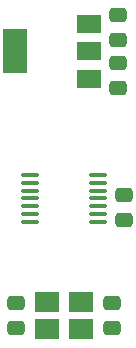
<source format=gbr>
%TF.GenerationSoftware,KiCad,Pcbnew,7.0.10*%
%TF.CreationDate,2024-02-12T16:57:49+10:00*%
%TF.ProjectId,devboard,64657662-6f61-4726-942e-6b696361645f,rev?*%
%TF.SameCoordinates,Original*%
%TF.FileFunction,Paste,Bot*%
%TF.FilePolarity,Positive*%
%FSLAX46Y46*%
G04 Gerber Fmt 4.6, Leading zero omitted, Abs format (unit mm)*
G04 Created by KiCad (PCBNEW 7.0.10) date 2024-02-12 16:57:49*
%MOMM*%
%LPD*%
G01*
G04 APERTURE LIST*
G04 Aperture macros list*
%AMRoundRect*
0 Rectangle with rounded corners*
0 $1 Rounding radius*
0 $2 $3 $4 $5 $6 $7 $8 $9 X,Y pos of 4 corners*
0 Add a 4 corners polygon primitive as box body*
4,1,4,$2,$3,$4,$5,$6,$7,$8,$9,$2,$3,0*
0 Add four circle primitives for the rounded corners*
1,1,$1+$1,$2,$3*
1,1,$1+$1,$4,$5*
1,1,$1+$1,$6,$7*
1,1,$1+$1,$8,$9*
0 Add four rect primitives between the rounded corners*
20,1,$1+$1,$2,$3,$4,$5,0*
20,1,$1+$1,$4,$5,$6,$7,0*
20,1,$1+$1,$6,$7,$8,$9,0*
20,1,$1+$1,$8,$9,$2,$3,0*%
G04 Aperture macros list end*
%ADD10RoundRect,0.100000X-0.637500X-0.100000X0.637500X-0.100000X0.637500X0.100000X-0.637500X0.100000X0*%
%ADD11R,2.100000X1.800000*%
%ADD12R,2.000000X1.500000*%
%ADD13R,2.000000X3.800000*%
%ADD14RoundRect,0.250000X-0.475000X0.337500X-0.475000X-0.337500X0.475000X-0.337500X0.475000X0.337500X0*%
%ADD15RoundRect,0.250000X0.475000X-0.337500X0.475000X0.337500X-0.475000X0.337500X-0.475000X-0.337500X0*%
G04 APERTURE END LIST*
D10*
%TO.C,U2*%
X160967500Y-111170000D03*
X160967500Y-110520000D03*
X160967500Y-109870000D03*
X160967500Y-109220000D03*
X160967500Y-108570000D03*
X160967500Y-107920000D03*
X160967500Y-107270000D03*
X166692500Y-107270000D03*
X166692500Y-107920000D03*
X166692500Y-108570000D03*
X166692500Y-109220000D03*
X166692500Y-109870000D03*
X166692500Y-110520000D03*
X166692500Y-111170000D03*
%TD*%
D11*
%TO.C,Y1*%
X165280000Y-120276000D03*
X162380000Y-120276000D03*
X162380000Y-117976000D03*
X165280000Y-117976000D03*
%TD*%
D12*
%TO.C,U3*%
X165964000Y-94474000D03*
X165964000Y-96774000D03*
D13*
X159664000Y-96774000D03*
D12*
X165964000Y-99074000D03*
%TD*%
D14*
%TO.C,C2*%
X167894000Y-118088500D03*
X167894000Y-120163500D03*
%TD*%
%TO.C,C3*%
X168402000Y-93704500D03*
X168402000Y-95779500D03*
%TD*%
%TO.C,C4*%
X168402000Y-97768500D03*
X168402000Y-99843500D03*
%TD*%
D15*
%TO.C,C1*%
X159766000Y-120163500D03*
X159766000Y-118088500D03*
%TD*%
%TO.C,C5*%
X168910000Y-111019500D03*
X168910000Y-108944500D03*
%TD*%
M02*

</source>
